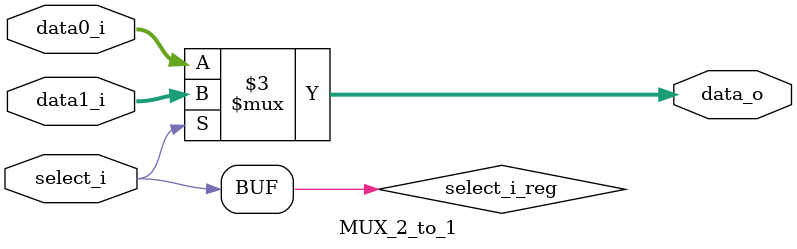
<source format=v>
`timescale 1ns / 1ps
module MUX_2_to_1(data0_i,data1_i,select_i,data_o);
    parameter size = 0;
    input  [size-1:0] data0_i;
    input  [size-1:0] data1_i;
    input             select_i;
    output [size-1:0] data_o;

    reg select_i_reg;
    reg [size-1:0] data_o;

    //port data types
    always @ ( * ) begin
      select_i_reg = select_i;
      data_o = (select_i_reg == 0) ? data0_i : data1_i;
    end

endmodule

// module test();
//   localparam  size = 2;
//   reg  [size:0] data0_i;
//   reg  [size:0] data1_i;
//   reg             select_i;
//   wire [size:0] data_o;
//
//   MUX_2_to_1 #(3) m21(data0_i, data1_i, select_i, data_o);
//
//   initial begin
//     $monitor("data0_i = %b, data1_i = %b, select_i = %b, data_o = %b", data0_i, data1_i, select_i, data_o);
//     data0_i = 2'b00;
//     data1_i = 2'b11;
//     select_i = 1;
//     #1 select_i = 0;
//   end
//   endmodule

</source>
